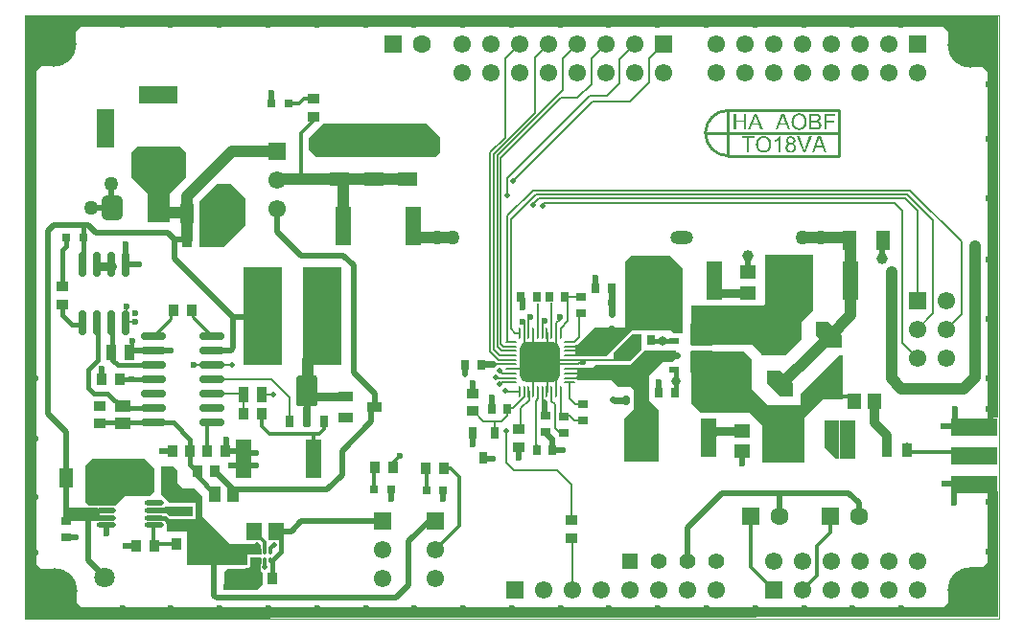
<source format=gtl>
G04 Layer_Physical_Order=1*
G04 Layer_Color=11767835*
%FSLAX43Y43*%
%MOMM*%
G71*
G01*
G75*
%ADD10C,0.254*%
G04:AMPARAMS|DCode=11|XSize=0.6mm|YSize=2.2mm|CornerRadius=0.135mm|HoleSize=0mm|Usage=FLASHONLY|Rotation=0.000|XOffset=0mm|YOffset=0mm|HoleType=Round|Shape=RoundedRectangle|*
%AMROUNDEDRECTD11*
21,1,0.600,1.930,0,0,0.0*
21,1,0.330,2.200,0,0,0.0*
1,1,0.270,0.165,-0.965*
1,1,0.270,-0.165,-0.965*
1,1,0.270,-0.165,0.965*
1,1,0.270,0.165,0.965*
%
%ADD11ROUNDEDRECTD11*%
G04:AMPARAMS|DCode=12|XSize=1.016mm|YSize=0.508mm|CornerRadius=0mm|HoleSize=0mm|Usage=FLASHONLY|Rotation=180.010|XOffset=0mm|YOffset=0mm|HoleType=Round|Shape=Rectangle|*
%AMROTATEDRECTD12*
4,1,4,0.508,0.254,0.508,-0.254,-0.508,-0.254,-0.508,0.254,0.508,0.254,0.0*
%
%ADD12ROTATEDRECTD12*%

G04:AMPARAMS|DCode=13|XSize=3.4mm|YSize=8.61mm|CornerRadius=0mm|HoleSize=0mm|Usage=FLASHONLY|Rotation=180.010|XOffset=0mm|YOffset=0mm|HoleType=Round|Shape=Rectangle|*
%AMROTATEDRECTD13*
4,1,4,1.699,4.305,1.701,-4.305,-1.699,-4.305,-1.701,4.305,1.699,4.305,0.0*
%
%ADD13ROTATEDRECTD13*%

%ADD14R,1.800X0.600*%
G04:AMPARAMS|DCode=15|XSize=0.7mm|YSize=1.1mm|CornerRadius=0.07mm|HoleSize=0mm|Usage=FLASHONLY|Rotation=0.000|XOffset=0mm|YOffset=0mm|HoleType=Round|Shape=RoundedRectangle|*
%AMROUNDEDRECTD15*
21,1,0.700,0.960,0,0,0.0*
21,1,0.560,1.100,0,0,0.0*
1,1,0.140,0.280,-0.480*
1,1,0.140,-0.280,-0.480*
1,1,0.140,-0.280,0.480*
1,1,0.140,0.280,0.480*
%
%ADD15ROUNDEDRECTD15*%
G04:AMPARAMS|DCode=16|XSize=0.7mm|YSize=1.8mm|CornerRadius=0.07mm|HoleSize=0mm|Usage=FLASHONLY|Rotation=0.000|XOffset=0mm|YOffset=0mm|HoleType=Round|Shape=RoundedRectangle|*
%AMROUNDEDRECTD16*
21,1,0.700,1.660,0,0,0.0*
21,1,0.560,1.800,0,0,0.0*
1,1,0.140,0.280,-0.830*
1,1,0.140,-0.280,-0.830*
1,1,0.140,-0.280,0.830*
1,1,0.140,0.280,0.830*
%
%ADD16ROUNDEDRECTD16*%
G04:AMPARAMS|DCode=17|XSize=0.2mm|YSize=0.95mm|CornerRadius=0.075mm|HoleSize=0mm|Usage=FLASHONLY|Rotation=90.002|XOffset=0mm|YOffset=0mm|HoleType=Round|Shape=RoundedRectangle|*
%AMROUNDEDRECTD17*
21,1,0.200,0.800,0,0,90.0*
21,1,0.050,0.950,0,0,90.0*
1,1,0.150,0.400,0.025*
1,1,0.150,0.400,-0.025*
1,1,0.150,-0.400,-0.025*
1,1,0.150,-0.400,0.025*
%
%ADD17ROUNDEDRECTD17*%
G04:AMPARAMS|DCode=18|XSize=0.2mm|YSize=0.95mm|CornerRadius=0.075mm|HoleSize=0mm|Usage=FLASHONLY|Rotation=0.002|XOffset=0mm|YOffset=0mm|HoleType=Round|Shape=RoundedRectangle|*
%AMROUNDEDRECTD18*
21,1,0.200,0.800,0,0,0.0*
21,1,0.050,0.950,0,0,0.0*
1,1,0.150,0.025,-0.400*
1,1,0.150,-0.025,-0.400*
1,1,0.150,-0.025,0.400*
1,1,0.150,0.025,0.400*
%
%ADD18ROUNDEDRECTD18*%
G04:AMPARAMS|DCode=19|XSize=3.5mm|YSize=3.5mm|CornerRadius=0.525mm|HoleSize=0mm|Usage=FLASHONLY|Rotation=90.002|XOffset=0mm|YOffset=0mm|HoleType=Round|Shape=RoundedRectangle|*
%AMROUNDEDRECTD19*
21,1,3.500,2.450,0,0,90.0*
21,1,2.450,3.500,0,0,90.0*
1,1,1.050,1.225,1.225*
1,1,1.050,1.225,-1.225*
1,1,1.050,-1.225,-1.225*
1,1,1.050,-1.225,1.225*
%
%ADD19ROUNDEDRECTD19*%
G04:AMPARAMS|DCode=20|XSize=0.6mm|YSize=2.2mm|CornerRadius=0.135mm|HoleSize=0mm|Usage=FLASHONLY|Rotation=90.000|XOffset=0mm|YOffset=0mm|HoleType=Round|Shape=RoundedRectangle|*
%AMROUNDEDRECTD20*
21,1,0.600,1.930,0,0,90.0*
21,1,0.330,2.200,0,0,90.0*
1,1,0.270,0.965,0.165*
1,1,0.270,0.965,-0.165*
1,1,0.270,-0.965,-0.165*
1,1,0.270,-0.965,0.165*
%
%ADD20ROUNDEDRECTD20*%
G04:AMPARAMS|DCode=21|XSize=0.45mm|YSize=0.9mm|CornerRadius=0.045mm|HoleSize=0mm|Usage=FLASHONLY|Rotation=90.002|XOffset=0mm|YOffset=0mm|HoleType=Round|Shape=RoundedRectangle|*
%AMROUNDEDRECTD21*
21,1,0.450,0.810,0,0,90.0*
21,1,0.360,0.900,0,0,90.0*
1,1,0.090,0.405,0.180*
1,1,0.090,0.405,-0.180*
1,1,0.090,-0.405,-0.180*
1,1,0.090,-0.405,0.180*
%
%ADD21ROUNDEDRECTD21*%
G04:AMPARAMS|DCode=22|XSize=2mm|YSize=2mm|CornerRadius=0.1mm|HoleSize=0mm|Usage=FLASHONLY|Rotation=90.002|XOffset=0mm|YOffset=0mm|HoleType=Round|Shape=RoundedRectangle|*
%AMROUNDEDRECTD22*
21,1,2.000,1.800,0,0,90.0*
21,1,1.800,2.000,0,0,90.0*
1,1,0.200,0.900,0.900*
1,1,0.200,0.900,-0.900*
1,1,0.200,-0.900,-0.900*
1,1,0.200,-0.900,0.900*
%
%ADD22ROUNDEDRECTD22*%
%ADD23R,0.900X1.000*%
%ADD24R,0.800X0.800*%
%ADD25R,1.000X0.900*%
%ADD26R,4.064X1.524*%
%ADD27R,0.950X1.350*%
%ADD28R,1.800X1.150*%
%ADD29R,0.850X1.300*%
%ADD30R,1.450X3.450*%
G04:AMPARAMS|DCode=31|XSize=1.35mm|YSize=0.95mm|CornerRadius=0mm|HoleSize=0mm|Usage=FLASHONLY|Rotation=270.010|XOffset=0mm|YOffset=0mm|HoleType=Round|Shape=Rectangle|*
%AMROTATEDRECTD31*
4,1,4,-0.475,0.675,0.475,0.675,0.475,-0.675,-0.475,-0.675,-0.475,0.675,0.0*
%
%ADD31ROTATEDRECTD31*%

G04:AMPARAMS|DCode=32|XSize=1.35mm|YSize=0.95mm|CornerRadius=0mm|HoleSize=0mm|Usage=FLASHONLY|Rotation=180.010|XOffset=0mm|YOffset=0mm|HoleType=Round|Shape=Rectangle|*
%AMROTATEDRECTD32*
4,1,4,0.675,0.475,0.675,-0.475,-0.675,-0.475,-0.675,0.475,0.675,0.475,0.0*
%
%ADD32ROTATEDRECTD32*%

%ADD33O,1.700X0.450*%
%ADD34R,0.900X0.700*%
%ADD35C,0.600*%
%ADD36R,1.150X1.800*%
%ADD37R,1.150X1.450*%
%ADD38R,1.450X1.150*%
G04:AMPARAMS|DCode=39|XSize=1.803mm|YSize=2.21mm|CornerRadius=0.406mm|HoleSize=0mm|Usage=FLASHONLY|Rotation=180.000|XOffset=0mm|YOffset=0mm|HoleType=Round|Shape=RoundedRectangle|*
%AMROUNDEDRECTD39*
21,1,1.803,1.398,0,0,180.0*
21,1,0.992,2.210,0,0,180.0*
1,1,0.812,-0.496,0.699*
1,1,0.812,0.496,0.699*
1,1,0.812,0.496,-0.699*
1,1,0.812,-0.496,-0.699*
%
%ADD39ROUNDEDRECTD39*%
G04:AMPARAMS|DCode=40|XSize=0.914mm|YSize=1.27mm|CornerRadius=0.073mm|HoleSize=0mm|Usage=FLASHONLY|Rotation=270.000|XOffset=0mm|YOffset=0mm|HoleType=Round|Shape=RoundedRectangle|*
%AMROUNDEDRECTD40*
21,1,0.914,1.124,0,0,270.0*
21,1,0.768,1.270,0,0,270.0*
1,1,0.146,-0.562,-0.384*
1,1,0.146,-0.562,0.384*
1,1,0.146,0.562,0.384*
1,1,0.146,0.562,-0.384*
%
%ADD40ROUNDEDRECTD40*%
G04:AMPARAMS|DCode=41|XSize=0.711mm|YSize=1.016mm|CornerRadius=0.089mm|HoleSize=0mm|Usage=FLASHONLY|Rotation=180.010|XOffset=0mm|YOffset=0mm|HoleType=Round|Shape=RoundedRectangle|*
%AMROUNDEDRECTD41*
21,1,0.711,0.838,0,0,180.0*
21,1,0.533,1.016,0,0,180.0*
1,1,0.178,-0.267,0.419*
1,1,0.178,0.267,0.419*
1,1,0.178,0.267,-0.419*
1,1,0.178,-0.267,-0.419*
%
%ADD41ROUNDEDRECTD41*%
G04:AMPARAMS|DCode=42|XSize=0.813mm|YSize=0.61mm|CornerRadius=0.137mm|HoleSize=0mm|Usage=FLASHONLY|Rotation=270.018|XOffset=0mm|YOffset=0mm|HoleType=Round|Shape=RoundedRectangle|*
%AMROUNDEDRECTD42*
21,1,0.813,0.335,0,0,270.0*
21,1,0.538,0.610,0,0,270.0*
1,1,0.274,-0.168,-0.269*
1,1,0.274,-0.168,0.269*
1,1,0.274,0.168,0.269*
1,1,0.274,0.168,-0.269*
%
%ADD42ROUNDEDRECTD42*%
G04:AMPARAMS|DCode=43|XSize=0.813mm|YSize=0.61mm|CornerRadius=0.137mm|HoleSize=0mm|Usage=FLASHONLY|Rotation=270.002|XOffset=0mm|YOffset=0mm|HoleType=Round|Shape=RoundedRectangle|*
%AMROUNDEDRECTD43*
21,1,0.813,0.335,0,0,270.0*
21,1,0.538,0.610,0,0,270.0*
1,1,0.274,-0.168,-0.269*
1,1,0.274,-0.168,0.269*
1,1,0.274,0.168,0.269*
1,1,0.274,0.168,-0.269*
%
%ADD43ROUNDEDRECTD43*%
%ADD44R,0.700X0.900*%
G04:AMPARAMS|DCode=45|XSize=1mm|YSize=0.9mm|CornerRadius=0mm|HoleSize=0mm|Usage=FLASHONLY|Rotation=180.002|XOffset=0mm|YOffset=0mm|HoleType=Round|Shape=Rectangle|*
%AMROTATEDRECTD45*
4,1,4,0.500,0.450,0.500,-0.450,-0.500,-0.450,-0.500,0.450,0.500,0.450,0.0*
%
%ADD45ROTATEDRECTD45*%

G04:AMPARAMS|DCode=46|XSize=0.9mm|YSize=0.7mm|CornerRadius=0mm|HoleSize=0mm|Usage=FLASHONLY|Rotation=0.010|XOffset=0mm|YOffset=0mm|HoleType=Round|Shape=Rectangle|*
%AMROTATEDRECTD46*
4,1,4,-0.450,-0.350,-0.450,0.350,0.450,0.350,0.450,-0.350,-0.450,-0.350,0.0*
%
%ADD46ROTATEDRECTD46*%

G04:AMPARAMS|DCode=47|XSize=0.3mm|YSize=0.49mm|CornerRadius=0.05mm|HoleSize=0mm|Usage=FLASHONLY|Rotation=180.000|XOffset=0mm|YOffset=0mm|HoleType=Round|Shape=RoundedRectangle|*
%AMROUNDEDRECTD47*
21,1,0.300,0.391,0,0,180.0*
21,1,0.201,0.490,0,0,180.0*
1,1,0.099,-0.101,0.196*
1,1,0.099,0.101,0.196*
1,1,0.099,0.101,-0.196*
1,1,0.099,-0.101,-0.196*
%
%ADD47ROUNDEDRECTD47*%
G04:AMPARAMS|DCode=48|XSize=0.3mm|YSize=0.52mm|CornerRadius=0.05mm|HoleSize=0mm|Usage=FLASHONLY|Rotation=180.000|XOffset=0mm|YOffset=0mm|HoleType=Round|Shape=RoundedRectangle|*
%AMROUNDEDRECTD48*
21,1,0.300,0.421,0,0,180.0*
21,1,0.201,0.520,0,0,180.0*
1,1,0.099,-0.101,0.210*
1,1,0.099,0.101,0.210*
1,1,0.099,0.101,-0.210*
1,1,0.099,-0.101,-0.210*
%
%ADD48ROUNDEDRECTD48*%
%ADD49R,1.330X1.570*%
%ADD50C,0.200*%
%ADD51C,0.500*%
%ADD52C,1.016*%
%ADD53C,0.300*%
%ADD54C,1.000*%
%ADD55C,0.127*%
%ADD56C,0.750*%
%ADD57C,0.406*%
%ADD58C,0.203*%
%ADD59C,0.400*%
%ADD60C,0.152*%
%ADD61C,0.610*%
%ADD62C,0.610*%
%ADD63C,0.813*%
%ADD64C,0.100*%
%ADD65C,1.800*%
%ADD66C,1.550*%
%ADD67R,1.550X1.550*%
%ADD68R,1.550X1.550*%
%ADD69C,1.600*%
%ADD70R,1.600X1.600*%
%ADD71O,2.000X1.200*%
%ADD72R,1.500X3.500*%
%ADD73R,3.500X1.500*%
%ADD74R,4.000X1.500*%
%ADD75C,1.400*%
%ADD76R,1.400X1.400*%
%ADD77C,1.270*%
%ADD78C,4.000*%
%ADD79C,0.500*%
%ADD80C,0.610*%
%ADD81C,1.000*%
%ADD82C,0.800*%
G36*
X110742Y142813D02*
X110549D01*
X110002Y144225D01*
X110205D01*
X110572Y143199D01*
Y143197D01*
X110573Y143192D01*
X110576Y143186D01*
X110580Y143177D01*
X110583Y143166D01*
X110587Y143154D01*
X110592Y143140D01*
X110598Y143124D01*
X110609Y143088D01*
X110621Y143050D01*
X110633Y143009D01*
X110645Y142968D01*
Y142969D01*
X110647Y142972D01*
X110648Y142980D01*
X110651Y142987D01*
X110654Y142998D01*
X110658Y143010D01*
X110662Y143024D01*
X110667Y143039D01*
X110677Y143075D01*
X110691Y143114D01*
X110706Y143156D01*
X110722Y143199D01*
X111102Y144225D01*
X111292D01*
X110742Y142813D01*
D02*
G37*
G36*
X106994Y144818D02*
X106782D01*
X106618Y145245D01*
X106025D01*
X105872Y144818D01*
X105675D01*
X106214Y146229D01*
X106416D01*
X106994Y144818D01*
D02*
G37*
G36*
X109406D02*
X109193D01*
X109029Y145245D01*
X108436D01*
X108283Y144818D01*
X108086D01*
X108626Y146229D01*
X108828D01*
X109406Y144818D01*
D02*
G37*
G36*
X110205Y146252D02*
X110224Y146251D01*
X110244Y146249D01*
X110265Y146246D01*
X110289Y146242D01*
X110317Y146237D01*
X110344Y146231D01*
X110373Y146223D01*
X110404Y146214D01*
X110435Y146203D01*
X110465Y146191D01*
X110494Y146177D01*
X110525Y146160D01*
X110526Y146159D01*
X110533Y146156D01*
X110540Y146151D01*
X110551Y146144D01*
X110565Y146134D01*
X110578Y146122D01*
X110595Y146109D01*
X110614Y146093D01*
X110633Y146075D01*
X110653Y146055D01*
X110673Y146034D01*
X110693Y146011D01*
X110711Y145986D01*
X110731Y145959D01*
X110748Y145930D01*
X110765Y145899D01*
X110766Y145897D01*
X110768Y145891D01*
X110773Y145882D01*
X110777Y145870D01*
X110785Y145855D01*
X110791Y145835D01*
X110799Y145813D01*
X110806Y145789D01*
X110814Y145763D01*
X110822Y145734D01*
X110829Y145702D01*
X110835Y145670D01*
X110840Y145634D01*
X110844Y145598D01*
X110846Y145561D01*
X110848Y145521D01*
Y145518D01*
Y145512D01*
Y145500D01*
X110846Y145485D01*
X110844Y145466D01*
X110843Y145445D01*
X110840Y145420D01*
X110837Y145393D01*
X110832Y145364D01*
X110826Y145333D01*
X110820Y145301D01*
X110811Y145269D01*
X110800Y145235D01*
X110789Y145203D01*
X110776Y145170D01*
X110760Y145138D01*
X110759Y145136D01*
X110756Y145130D01*
X110751Y145121D01*
X110745Y145110D01*
X110736Y145096D01*
X110725Y145079D01*
X110711Y145061D01*
X110698Y145041D01*
X110681Y145021D01*
X110662Y145000D01*
X110641Y144979D01*
X110620Y144957D01*
X110597Y144937D01*
X110571Y144917D01*
X110543Y144897D01*
X110514Y144881D01*
X110513Y144879D01*
X110507Y144878D01*
X110499Y144873D01*
X110487Y144867D01*
X110471Y144861D01*
X110455Y144853D01*
X110435Y144845D01*
X110412Y144838D01*
X110387Y144830D01*
X110361Y144823D01*
X110332Y144815D01*
X110303Y144809D01*
X110239Y144798D01*
X110205Y144797D01*
X110172Y144795D01*
X110152D01*
X110138Y144797D01*
X110121Y144798D01*
X110100Y144800D01*
X110078Y144803D01*
X110052Y144807D01*
X110026Y144812D01*
X109997Y144818D01*
X109968Y144826D01*
X109938Y144835D01*
X109907Y144845D01*
X109877Y144859D01*
X109846Y144873D01*
X109815Y144890D01*
X109814Y144891D01*
X109809Y144894D01*
X109800Y144901D01*
X109789Y144908D01*
X109777Y144917D01*
X109762Y144930D01*
X109745Y144943D01*
X109727Y144959D01*
X109707Y144977D01*
X109688Y144997D01*
X109669Y145018D01*
X109649Y145041D01*
X109629Y145067D01*
X109610Y145093D01*
X109594Y145122D01*
X109577Y145153D01*
X109575Y145154D01*
X109574Y145160D01*
X109569Y145170D01*
X109565Y145182D01*
X109558Y145197D01*
X109552Y145216D01*
X109545Y145235D01*
X109537Y145260D01*
X109529Y145284D01*
X109522Y145312D01*
X109516Y145341D01*
X109510Y145371D01*
X109500Y145436D01*
X109499Y145471D01*
X109497Y145505D01*
Y145506D01*
Y145509D01*
Y145514D01*
Y145520D01*
X109499Y145529D01*
Y145538D01*
X109500Y145563D01*
X109503Y145592D01*
X109508Y145627D01*
X109513Y145664D01*
X109520Y145705D01*
X109531Y145749D01*
X109543Y145794D01*
X109558Y145839D01*
X109577Y145885D01*
X109598Y145931D01*
X109623Y145974D01*
X109652Y146017D01*
X109685Y146055D01*
X109687Y146057D01*
X109695Y146064D01*
X109705Y146073D01*
X109719Y146086D01*
X109739Y146101D01*
X109760Y146118D01*
X109786Y146136D01*
X109817Y146154D01*
X109851Y146173D01*
X109887Y146191D01*
X109927Y146208D01*
X109971Y146223D01*
X110017Y146235D01*
X110066Y146245D01*
X110118Y146252D01*
X110173Y146254D01*
X110192D01*
X110205Y146252D01*
D02*
G37*
G36*
X45810Y111413D02*
X48210D01*
X48410Y111213D01*
X48410Y110413D01*
X48210Y110213D01*
X46210Y110213D01*
X45610Y110213D01*
Y110913D01*
Y111613D01*
X45810Y111413D01*
D02*
G37*
G36*
X62710Y106913D02*
Y106513D01*
X62610Y106413D01*
Y105813D01*
X62810Y105613D01*
Y104613D01*
X62310Y104113D01*
X59410D01*
X59410Y105713D01*
X59710Y106013D01*
X61510Y106013D01*
X61710Y106213D01*
Y107013D01*
X62510D01*
X62710Y106913D01*
D02*
G37*
G36*
X108109Y144427D02*
X106961D01*
Y144552D01*
X108109D01*
Y144427D01*
D02*
G37*
G36*
X112627Y142813D02*
X112414D01*
X112251Y143240D01*
X111658D01*
X111505Y142813D01*
X111307D01*
X111847Y144225D01*
X112049D01*
X112627Y142813D01*
D02*
G37*
G36*
X105517Y144818D02*
X105331D01*
Y145483D01*
X104598D01*
Y144818D01*
X104412D01*
Y146229D01*
X104598D01*
Y145650D01*
X105331D01*
Y146229D01*
X105517D01*
Y144818D01*
D02*
G37*
G36*
X111649Y146228D02*
X111666D01*
X111682Y146226D01*
X111702Y146223D01*
X111742Y146219D01*
X111786Y146211D01*
X111828Y146200D01*
X111867Y146185D01*
X111869D01*
X111872Y146183D01*
X111877Y146180D01*
X111884Y146177D01*
X111901Y146167D01*
X111924Y146153D01*
X111948Y146134D01*
X111973Y146112D01*
X111997Y146084D01*
X112020Y146053D01*
Y146052D01*
X112023Y146049D01*
X112025Y146044D01*
X112029Y146038D01*
X112034Y146031D01*
X112039Y146020D01*
X112049Y145997D01*
X112059Y145969D01*
X112068Y145937D01*
X112074Y145904D01*
X112077Y145867D01*
Y145865D01*
Y145862D01*
Y145858D01*
Y145852D01*
X112074Y145835D01*
X112071Y145812D01*
X112065Y145786D01*
X112055Y145757D01*
X112043Y145728D01*
X112026Y145697D01*
Y145696D01*
X112025Y145694D01*
X112022Y145690D01*
X112017Y145683D01*
X112007Y145670D01*
X111990Y145651D01*
X111970Y145631D01*
X111944Y145610D01*
X111915Y145589D01*
X111880Y145569D01*
X111881D01*
X111886Y145567D01*
X111892Y145564D01*
X111901Y145561D01*
X111912Y145557D01*
X111924Y145552D01*
X111951Y145538D01*
X111984Y145521D01*
X112016Y145498D01*
X112048Y145472D01*
X112075Y145440D01*
X112077Y145439D01*
X112078Y145436D01*
X112081Y145431D01*
X112086Y145425D01*
X112092Y145416D01*
X112098Y145405D01*
X112104Y145393D01*
X112111Y145379D01*
X112123Y145349D01*
X112135Y145312D01*
X112143Y145271D01*
X112146Y145249D01*
Y145226D01*
Y145225D01*
Y145222D01*
Y145217D01*
Y145209D01*
X112144Y145200D01*
Y145191D01*
X112141Y145167D01*
X112135Y145138D01*
X112127Y145107D01*
X112117Y145073D01*
X112103Y145041D01*
Y145040D01*
X112101Y145038D01*
X112098Y145034D01*
X112095Y145027D01*
X112086Y145012D01*
X112074Y144994D01*
X112060Y144972D01*
X112042Y144951D01*
X112022Y144930D01*
X111999Y144910D01*
X111996Y144908D01*
X111988Y144902D01*
X111974Y144894D01*
X111956Y144884D01*
X111935Y144873D01*
X111909Y144861D01*
X111878Y144850D01*
X111844Y144841D01*
X111843D01*
X111840Y144839D01*
X111835D01*
X111828Y144838D01*
X111818Y144836D01*
X111808Y144833D01*
X111796Y144832D01*
X111782Y144830D01*
X111766Y144827D01*
X111748Y144826D01*
X111710Y144821D01*
X111666Y144819D01*
X111617Y144818D01*
X111080D01*
Y146229D01*
X111635D01*
X111649Y146228D01*
D02*
G37*
G36*
X113364Y146063D02*
X112600D01*
Y145625D01*
X113262D01*
Y145459D01*
X112600D01*
Y144818D01*
X112413D01*
Y146229D01*
X113364D01*
Y146063D01*
D02*
G37*
G36*
X107070Y144247D02*
X107089Y144246D01*
X107109Y144244D01*
X107130Y144241D01*
X107154Y144237D01*
X107182Y144232D01*
X107209Y144226D01*
X107238Y144218D01*
X107269Y144209D01*
X107300Y144199D01*
X107330Y144186D01*
X107359Y144173D01*
X107390Y144156D01*
X107391Y144154D01*
X107397Y144151D01*
X107405Y144147D01*
X107416Y144139D01*
X107430Y144130D01*
X107443Y144117D01*
X107460Y144104D01*
X107479Y144088D01*
X107498Y144070D01*
X107518Y144050D01*
X107538Y144029D01*
X107558Y144006D01*
X107576Y143981D01*
X107596Y143954D01*
X107613Y143925D01*
X107630Y143894D01*
X107631Y143893D01*
X107633Y143887D01*
X107638Y143877D01*
X107642Y143865D01*
X107650Y143850D01*
X107656Y143830D01*
X107664Y143809D01*
X107671Y143784D01*
X107679Y143758D01*
X107687Y143729D01*
X107694Y143697D01*
X107700Y143665D01*
X107705Y143630D01*
X107709Y143593D01*
X107711Y143556D01*
X107712Y143517D01*
Y143513D01*
Y143507D01*
Y143495D01*
X107711Y143480D01*
X107709Y143462D01*
X107708Y143440D01*
X107705Y143416D01*
X107702Y143388D01*
X107697Y143359D01*
X107691Y143328D01*
X107685Y143296D01*
X107676Y143264D01*
X107665Y143231D01*
X107654Y143199D01*
X107641Y143165D01*
X107625Y143133D01*
X107624Y143131D01*
X107621Y143125D01*
X107616Y143116D01*
X107610Y143105D01*
X107601Y143091D01*
X107590Y143075D01*
X107576Y143056D01*
X107563Y143036D01*
X107546Y143017D01*
X107527Y142995D01*
X107506Y142974D01*
X107485Y142952D01*
X107462Y142932D01*
X107436Y142913D01*
X107408Y142893D01*
X107379Y142876D01*
X107378Y142874D01*
X107372Y142873D01*
X107364Y142868D01*
X107352Y142862D01*
X107336Y142856D01*
X107320Y142848D01*
X107300Y142841D01*
X107277Y142833D01*
X107252Y142825D01*
X107226Y142818D01*
X107197Y142810D01*
X107168Y142804D01*
X107104Y142793D01*
X107070Y142792D01*
X107037Y142790D01*
X107017D01*
X107003Y142792D01*
X106986Y142793D01*
X106965Y142795D01*
X106943Y142798D01*
X106917Y142802D01*
X106891Y142807D01*
X106862Y142813D01*
X106833Y142821D01*
X106803Y142830D01*
X106772Y142841D01*
X106742Y142854D01*
X106711Y142868D01*
X106680Y142885D01*
X106679Y142887D01*
X106674Y142890D01*
X106665Y142896D01*
X106654Y142903D01*
X106642Y142913D01*
X106627Y142925D01*
X106610Y142939D01*
X106592Y142954D01*
X106572Y142972D01*
X106553Y142992D01*
X106534Y143013D01*
X106514Y143036D01*
X106494Y143062D01*
X106475Y143088D01*
X106459Y143117D01*
X106442Y143148D01*
X106440Y143150D01*
X106439Y143156D01*
X106434Y143165D01*
X106430Y143177D01*
X106423Y143192D01*
X106417Y143211D01*
X106410Y143231D01*
X106402Y143255D01*
X106394Y143280D01*
X106387Y143307D01*
X106381Y143336D01*
X106375Y143367D01*
X106365Y143431D01*
X106364Y143466D01*
X106362Y143500D01*
Y143501D01*
Y143504D01*
Y143509D01*
Y143515D01*
X106364Y143524D01*
Y143533D01*
X106365Y143558D01*
X106368Y143587D01*
X106373Y143622D01*
X106378Y143659D01*
X106385Y143700D01*
X106396Y143744D01*
X106408Y143789D01*
X106423Y143835D01*
X106442Y143880D01*
X106463Y143926D01*
X106488Y143969D01*
X106517Y144012D01*
X106550Y144050D01*
X106552Y144052D01*
X106560Y144059D01*
X106570Y144069D01*
X106584Y144081D01*
X106604Y144096D01*
X106625Y144113D01*
X106651Y144131D01*
X106682Y144150D01*
X106716Y144168D01*
X106752Y144186D01*
X106792Y144203D01*
X106836Y144218D01*
X106882Y144231D01*
X106931Y144240D01*
X106983Y144247D01*
X107038Y144249D01*
X107057D01*
X107070Y144247D01*
D02*
G37*
G36*
X108535Y142813D02*
X108362D01*
Y143916D01*
X108359Y143913D01*
X108352Y143905D01*
X108338Y143894D01*
X108318Y143879D01*
X108295Y143861D01*
X108266Y143841D01*
X108234Y143819D01*
X108197Y143796D01*
X108196D01*
X108193Y143793D01*
X108188Y143790D01*
X108180Y143787D01*
X108171Y143781D01*
X108161Y143776D01*
X108136Y143763D01*
X108109Y143749D01*
X108078Y143734D01*
X108046Y143720D01*
X108015Y143708D01*
Y143874D01*
X108017Y143876D01*
X108021Y143877D01*
X108029Y143882D01*
X108040Y143887D01*
X108052Y143893D01*
X108067Y143902D01*
X108084Y143911D01*
X108101Y143920D01*
X108141Y143945D01*
X108183Y143974D01*
X108228Y144004D01*
X108269Y144040D01*
X108271Y144041D01*
X108274Y144044D01*
X108280Y144049D01*
X108287Y144056D01*
X108295Y144065D01*
X108306Y144075D01*
X108329Y144101D01*
X108355Y144128D01*
X108381Y144160D01*
X108404Y144194D01*
X108424Y144229D01*
X108535D01*
Y142813D01*
D02*
G37*
G36*
X106226Y144058D02*
X105761D01*
Y142813D01*
X105575D01*
Y144058D01*
X105110D01*
Y144225D01*
X106226D01*
Y144058D01*
D02*
G37*
G36*
X109468Y144228D02*
X109483Y144226D01*
X109502Y144223D01*
X109521Y144220D01*
X109544Y144215D01*
X109567Y144209D01*
X109592Y144203D01*
X109616Y144194D01*
X109641Y144183D01*
X109667Y144171D01*
X109690Y144156D01*
X109714Y144140D01*
X109735Y144121D01*
X109737Y144119D01*
X109740Y144116D01*
X109746Y144110D01*
X109754Y144102D01*
X109761Y144091D01*
X109771Y144079D01*
X109781Y144064D01*
X109792Y144049D01*
X109803Y144030D01*
X109813Y144010D01*
X109823Y143989D01*
X109830Y143966D01*
X109838Y143942D01*
X109844Y143916D01*
X109847Y143888D01*
X109849Y143861D01*
Y143859D01*
Y143856D01*
Y143851D01*
Y143844D01*
X109847Y143836D01*
X109846Y143825D01*
X109842Y143802D01*
X109836Y143776D01*
X109827Y143747D01*
X109813Y143718D01*
X109797Y143689D01*
Y143688D01*
X109794Y143686D01*
X109787Y143677D01*
X109775Y143665D01*
X109758Y143648D01*
X109735Y143631D01*
X109709Y143611D01*
X109677Y143595D01*
X109641Y143578D01*
X109642D01*
X109647Y143576D01*
X109653Y143573D01*
X109662Y143570D01*
X109673Y143565D01*
X109685Y143559D01*
X109714Y143544D01*
X109746Y143526D01*
X109778Y143501D01*
X109810Y143474D01*
X109838Y143440D01*
X109839Y143439D01*
X109841Y143436D01*
X109844Y143431D01*
X109849Y143423D01*
X109853Y143414D01*
X109859Y143403D01*
X109865Y143391D01*
X109873Y143377D01*
X109885Y143345D01*
X109896Y143307D01*
X109904Y143264D01*
X109907Y143241D01*
Y143217D01*
Y143215D01*
Y143209D01*
X109905Y143200D01*
Y143186D01*
X109902Y143171D01*
X109901Y143153D01*
X109896Y143133D01*
X109891Y143111D01*
X109884Y143087D01*
X109876Y143062D01*
X109865Y143038D01*
X109853Y143012D01*
X109838Y142986D01*
X109821Y142961D01*
X109801Y142936D01*
X109778Y142913D01*
X109777Y142911D01*
X109772Y142908D01*
X109765Y142902D01*
X109755Y142894D01*
X109742Y142884D01*
X109726Y142874D01*
X109708Y142862D01*
X109688Y142851D01*
X109665Y142841D01*
X109639Y142828D01*
X109612Y142819D01*
X109583Y142810D01*
X109550Y142801D01*
X109517Y142795D01*
X109480Y142792D01*
X109442Y142790D01*
X109433D01*
X109422Y142792D01*
X109407D01*
X109390Y142793D01*
X109368Y142796D01*
X109346Y142801D01*
X109321Y142806D01*
X109295Y142812D01*
X109268Y142821D01*
X109240Y142830D01*
X109211Y142842D01*
X109183Y142856D01*
X109156Y142873D01*
X109128Y142891D01*
X109104Y142913D01*
X109102Y142914D01*
X109098Y142919D01*
X109092Y142925D01*
X109084Y142936D01*
X109075Y142948D01*
X109064Y142961D01*
X109052Y142978D01*
X109041Y142998D01*
X109029Y143020D01*
X109017Y143043D01*
X109006Y143069D01*
X108997Y143095D01*
X108989Y143124D01*
X108983Y143156D01*
X108979Y143188D01*
X108977Y143221D01*
Y143223D01*
Y143228D01*
Y143235D01*
X108979Y143244D01*
Y143257D01*
X108980Y143270D01*
X108983Y143286D01*
X108986Y143302D01*
X108994Y143338D01*
X109006Y143376D01*
X109023Y143414D01*
X109034Y143432D01*
X109046Y143451D01*
X109047Y143452D01*
X109049Y143455D01*
X109053Y143460D01*
X109060Y143466D01*
X109066Y143474D01*
X109075Y143481D01*
X109086Y143492D01*
X109098Y143501D01*
X109125Y143523D01*
X109159Y143544D01*
X109199Y143562D01*
X109245Y143578D01*
X109243D01*
X109240Y143579D01*
X109234Y143582D01*
X109228Y143585D01*
X109219Y143588D01*
X109208Y143595D01*
X109185Y143607D01*
X109159Y143622D01*
X109133Y143642D01*
X109107Y143663D01*
X109086Y143689D01*
Y143691D01*
X109084Y143692D01*
X109081Y143697D01*
X109078Y143703D01*
X109069Y143718D01*
X109060Y143738D01*
X109050Y143764D01*
X109041Y143795D01*
X109035Y143828D01*
X109034Y143865D01*
Y143867D01*
Y143871D01*
X109035Y143880D01*
Y143891D01*
X109037Y143903D01*
X109040Y143919D01*
X109043Y143936D01*
X109047Y143955D01*
X109053Y143975D01*
X109061Y143995D01*
X109069Y144017D01*
X109079Y144040D01*
X109093Y144061D01*
X109107Y144082D01*
X109124Y144104D01*
X109144Y144124D01*
X109145Y144125D01*
X109148Y144128D01*
X109154Y144133D01*
X109164Y144140D01*
X109174Y144148D01*
X109188Y144157D01*
X109203Y144166D01*
X109222Y144177D01*
X109242Y144186D01*
X109265Y144195D01*
X109287Y144205D01*
X109313Y144212D01*
X109342Y144220D01*
X109372Y144225D01*
X109404Y144228D01*
X109437Y144229D01*
X109456D01*
X109468Y144228D01*
D02*
G37*
G36*
X55310Y114613D02*
Y113613D01*
X55810Y113113D01*
X56810D01*
X57510Y112413D01*
Y110613D01*
X59910Y108213D01*
X62510D01*
X62610Y108113D01*
Y107813D01*
X62710Y107713D01*
Y107213D01*
X61410Y107213D01*
Y106313D01*
X56110D01*
Y109313D01*
X54310Y109313D01*
Y110413D01*
X56910Y110413D01*
Y111813D01*
X54610D01*
X53810Y112613D01*
Y115013D01*
X54910Y115013D01*
X55310Y114613D01*
D02*
G37*
G36*
X113912Y126630D02*
X113912Y125512D01*
X112718Y125512D01*
X111626Y126604D01*
X111626D01*
X111626Y127797D01*
X111625Y127798D01*
X111626Y127798D01*
X112743Y127798D01*
X113912Y126630D01*
D02*
G37*
G36*
X111410Y128796D02*
X110410Y127796D01*
Y126296D01*
X109010Y124896D01*
X106810D01*
Y124996D01*
X106010Y125796D01*
X100610D01*
Y129296D01*
X107110D01*
X107210Y129396D01*
Y133796D01*
X111410D01*
Y128796D01*
D02*
G37*
G36*
X96210Y125313D02*
X95260Y124363D01*
X93860D01*
X93760Y124491D01*
Y124546D01*
X93760Y125101D01*
X95371Y126691D01*
X96210D01*
Y125313D01*
D02*
G37*
G36*
X99910Y132596D02*
Y126796D01*
X99110D01*
X98810Y127096D01*
X95392Y127096D01*
X93092Y124796D01*
X90377Y124796D01*
X90410Y125796D01*
X90610D01*
X92110Y127296D01*
X94810D01*
Y127596D01*
Y128096D01*
Y129896D01*
Y133196D01*
X95310Y133696D01*
X98810D01*
X99910Y132596D01*
D02*
G37*
G36*
X78510Y144113D02*
Y142813D01*
X78110Y142413D01*
X67510D01*
X66910Y143013D01*
Y144113D01*
X68110Y145313D01*
X77310D01*
X78510Y144113D01*
D02*
G37*
G36*
X56010Y142813D02*
Y140613D01*
X54610Y139213D01*
Y137813D01*
Y136613D01*
X52610D01*
X52610Y139213D01*
X51210Y140613D01*
Y142813D01*
X51710Y143313D01*
X55510D01*
X56010Y142813D01*
D02*
G37*
G36*
X61310Y138713D02*
Y136413D01*
X59310Y134413D01*
X57210D01*
Y138513D01*
X58710Y140013D01*
X60010D01*
X61310Y138713D01*
D02*
G37*
G36*
X67505Y123048D02*
X67589Y122992D01*
X67645Y122908D01*
X67665Y122809D01*
X67660Y120617D01*
X67665D01*
X67645Y120518D01*
X67589Y120434D01*
X67505Y120378D01*
X67406Y120358D01*
X67010Y120363D01*
Y119192D01*
X67015D01*
X66995Y119093D01*
X66939Y119009D01*
X66855Y118953D01*
X66756Y118933D01*
X66664Y118938D01*
Y118933D01*
X66565Y118953D01*
X66481Y119009D01*
X66425Y119093D01*
X66405Y119192D01*
X66410Y120363D01*
X66014D01*
Y120358D01*
X65915Y120378D01*
X65831Y120434D01*
X65775Y120518D01*
X65755Y120617D01*
X65760Y122809D01*
X65755D01*
X65775Y122908D01*
X65831Y122992D01*
X65915Y123048D01*
X66014Y123068D01*
X67406Y123063D01*
Y123068D01*
X67505Y123048D01*
D02*
G37*
G36*
X106010Y124496D02*
Y121896D01*
X107410Y120496D01*
X110310D01*
Y121496D01*
X113710Y124896D01*
X114010Y124896D01*
X114010Y121013D01*
X112289Y121013D01*
X110610Y119304D01*
X110610Y115396D01*
X106910Y115396D01*
Y118696D01*
X105810Y119796D01*
X101410D01*
X100610Y120596D01*
Y125196D01*
X105310D01*
X106010Y124496D01*
D02*
G37*
G36*
X53210Y114913D02*
Y112813D01*
X52810Y112413D01*
X50610Y112413D01*
X49810Y111613D01*
X47410Y111613D01*
X47110Y111913D01*
Y115113D01*
X47710Y115713D01*
X52410D01*
X53210Y114913D01*
D02*
G37*
G36*
X56610Y111513D02*
Y110613D01*
X54560Y110613D01*
X54260Y110913D01*
X53610D01*
X53430Y111033D01*
X53610Y111363D01*
X54060D01*
X54210Y111513D01*
X56610Y111513D01*
D02*
G37*
G36*
X99310Y124596D02*
X99010Y124296D01*
X98110D01*
X96910Y123096D01*
Y120896D01*
X97810Y119996D01*
Y115496D01*
X94710D01*
Y119196D01*
X95610Y120096D01*
Y121796D01*
X95310Y122096D01*
X94210D01*
X93610Y122696D01*
X90610D01*
Y123596D01*
X90510Y123696D01*
X91810D01*
X92160Y124046D01*
X95260D01*
X96510Y125296D01*
X99310D01*
Y124596D01*
D02*
G37*
G36*
X109620Y122413D02*
X109620Y121213D01*
X108495Y121212D01*
X107320Y122387D01*
X107319Y123512D01*
X108519Y123512D01*
X109620Y122413D01*
D02*
G37*
G36*
X127710Y119322D02*
X126810Y119295D01*
X126810Y149913D01*
X126410Y150313D01*
X125310D01*
X123310Y152313D01*
Y153513D01*
X122910Y153913D01*
X46710D01*
X46310Y153513D01*
Y152413D01*
X44310Y150413D01*
X43210D01*
X42810Y150013D01*
Y108613D01*
Y106413D01*
X43210Y106013D01*
X44310D01*
X46410Y104113D01*
Y103013D01*
X46810Y102613D01*
X122910D01*
X123310Y103013D01*
Y104113D01*
X125210Y106113D01*
X126410D01*
X126810Y106513D01*
X126810Y112813D01*
X127710D01*
X127710Y101713D01*
X41910Y101613D01*
Y154813D01*
X127710D01*
Y119322D01*
D02*
G37*
G36*
X113710Y119113D02*
X113710Y115713D01*
X113410Y115713D01*
X112410Y116713D01*
Y119113D01*
X113710Y119113D01*
D02*
G37*
%LPC*%
G36*
X110199Y146093D02*
X110164D01*
X110155Y146092D01*
X110140D01*
X110123Y146089D01*
X110103Y146086D01*
X110081Y146081D01*
X110057Y146076D01*
X110031Y146069D01*
X110003Y146060D01*
X109974Y146049D01*
X109947Y146035D01*
X109918Y146020D01*
X109889Y146001D01*
X109860Y145980D01*
X109832Y145956D01*
X109831Y145954D01*
X109826Y145949D01*
X109818Y145940D01*
X109811Y145930D01*
X109799Y145914D01*
X109788Y145896D01*
X109774Y145873D01*
X109762Y145849D01*
X109748Y145818D01*
X109734Y145784D01*
X109724Y145748D01*
X109713Y145706D01*
X109704Y145662D01*
X109696Y145613D01*
X109692Y145560D01*
X109690Y145501D01*
Y145498D01*
Y145491D01*
X109692Y145477D01*
Y145459D01*
X109695Y145437D01*
X109698Y145413D01*
X109701Y145385D01*
X109707Y145356D01*
X109714Y145324D01*
X109724Y145290D01*
X109734Y145258D01*
X109748Y145225D01*
X109763Y145191D01*
X109782Y145159D01*
X109802Y145128D01*
X109826Y145099D01*
X109828Y145098D01*
X109832Y145093D01*
X109840Y145086D01*
X109851Y145076D01*
X109864Y145066D01*
X109881Y145053D01*
X109899Y145040D01*
X109921Y145027D01*
X109944Y145014D01*
X109971Y145000D01*
X109999Y144988D01*
X110029Y144977D01*
X110062Y144968D01*
X110097Y144960D01*
X110132Y144956D01*
X110170Y144954D01*
X110179D01*
X110190Y144956D01*
X110205Y144957D01*
X110224Y144959D01*
X110244Y144962D01*
X110268Y144966D01*
X110292Y144972D01*
X110320Y144980D01*
X110347Y144989D01*
X110377Y145001D01*
X110406Y145017D01*
X110435Y145034D01*
X110464Y145052D01*
X110491Y145075D01*
X110517Y145101D01*
X110519Y145102D01*
X110523Y145108D01*
X110529Y145116D01*
X110539Y145128D01*
X110549Y145144D01*
X110562Y145162D01*
X110574Y145183D01*
X110586Y145209D01*
X110598Y145237D01*
X110612Y145269D01*
X110623Y145303D01*
X110633Y145341D01*
X110643Y145382D01*
X110649Y145425D01*
X110653Y145472D01*
X110655Y145521D01*
Y145523D01*
Y145529D01*
Y145538D01*
X110653Y145550D01*
Y145566D01*
X110652Y145582D01*
X110650Y145602D01*
X110647Y145624D01*
X110641Y145671D01*
X110630Y145722D01*
X110615Y145772D01*
X110595Y145823D01*
Y145824D01*
X110592Y145829D01*
X110589Y145835D01*
X110585Y145844D01*
X110578Y145855D01*
X110571Y145867D01*
X110552Y145896D01*
X110528Y145928D01*
X110499Y145960D01*
X110465Y145992D01*
X110425Y146021D01*
X110424Y146023D01*
X110421Y146024D01*
X110415Y146027D01*
X110406Y146032D01*
X110395Y146038D01*
X110383Y146044D01*
X110369Y146050D01*
X110352Y146058D01*
X110334Y146064D01*
X110315Y146070D01*
X110273Y146083D01*
X110225Y146090D01*
X110199Y146093D01*
D02*
G37*
G36*
X111592Y145469D02*
X111266D01*
Y144985D01*
X111649D01*
X111669Y144986D01*
X111688D01*
X111710Y144988D01*
X111730Y144989D01*
X111745Y144991D01*
X111748D01*
X111756Y144992D01*
X111768Y144995D01*
X111783Y145000D01*
X111800Y145005D01*
X111817Y145012D01*
X111835Y145020D01*
X111852Y145029D01*
X111854Y145030D01*
X111860Y145034D01*
X111867Y145040D01*
X111878Y145049D01*
X111889Y145060D01*
X111901Y145073D01*
X111913Y145089D01*
X111924Y145107D01*
X111925Y145110D01*
X111929Y145116D01*
X111933Y145127D01*
X111939Y145142D01*
X111944Y145159D01*
X111948Y145179D01*
X111951Y145202D01*
X111953Y145226D01*
Y145228D01*
Y145229D01*
Y145234D01*
Y145240D01*
X111951Y145254D01*
X111948Y145274D01*
X111942Y145295D01*
X111936Y145318D01*
X111925Y145341D01*
X111912Y145364D01*
X111910Y145367D01*
X111904Y145373D01*
X111895Y145384D01*
X111883Y145396D01*
X111866Y145410D01*
X111846Y145422D01*
X111825Y145434D01*
X111799Y145445D01*
X111797D01*
X111796Y145446D01*
X111791Y145448D01*
X111785Y145449D01*
X111777Y145451D01*
X111770Y145453D01*
X111759Y145456D01*
X111747Y145457D01*
X111731Y145460D01*
X111716Y145462D01*
X111699Y145463D01*
X111681Y145466D01*
X111640Y145468D01*
X111592Y145469D01*
D02*
G37*
G36*
X107064Y144088D02*
X107029D01*
X107020Y144087D01*
X107005D01*
X106988Y144084D01*
X106968Y144081D01*
X106946Y144076D01*
X106922Y144072D01*
X106896Y144064D01*
X106868Y144055D01*
X106839Y144044D01*
X106812Y144030D01*
X106783Y144015D01*
X106754Y143997D01*
X106725Y143975D01*
X106697Y143951D01*
X106696Y143949D01*
X106691Y143945D01*
X106683Y143936D01*
X106676Y143925D01*
X106664Y143910D01*
X106653Y143891D01*
X106639Y143868D01*
X106627Y143844D01*
X106613Y143813D01*
X106599Y143780D01*
X106589Y143743D01*
X106578Y143702D01*
X106569Y143657D01*
X106561Y143608D01*
X106557Y143555D01*
X106555Y143497D01*
Y143494D01*
Y143486D01*
X106557Y143472D01*
Y143454D01*
X106560Y143432D01*
X106563Y143408D01*
X106566Y143380D01*
X106572Y143351D01*
X106579Y143319D01*
X106589Y143286D01*
X106599Y143254D01*
X106613Y143220D01*
X106628Y143186D01*
X106647Y143154D01*
X106667Y143124D01*
X106691Y143095D01*
X106693Y143093D01*
X106697Y143088D01*
X106705Y143081D01*
X106716Y143072D01*
X106729Y143061D01*
X106746Y143049D01*
X106764Y143035D01*
X106786Y143023D01*
X106809Y143009D01*
X106836Y142995D01*
X106864Y142983D01*
X106894Y142972D01*
X106927Y142963D01*
X106962Y142955D01*
X106997Y142951D01*
X107035Y142949D01*
X107044D01*
X107055Y142951D01*
X107070Y142952D01*
X107089Y142954D01*
X107109Y142957D01*
X107133Y142961D01*
X107157Y142968D01*
X107185Y142975D01*
X107212Y142984D01*
X107242Y142997D01*
X107271Y143012D01*
X107300Y143029D01*
X107329Y143047D01*
X107356Y143070D01*
X107382Y143096D01*
X107384Y143098D01*
X107388Y143104D01*
X107394Y143111D01*
X107404Y143124D01*
X107414Y143139D01*
X107427Y143157D01*
X107439Y143179D01*
X107451Y143205D01*
X107463Y143232D01*
X107477Y143264D01*
X107488Y143298D01*
X107498Y143336D01*
X107508Y143377D01*
X107514Y143420D01*
X107518Y143468D01*
X107520Y143517D01*
Y143518D01*
Y143524D01*
Y143533D01*
X107518Y143546D01*
Y143561D01*
X107517Y143578D01*
X107515Y143598D01*
X107512Y143619D01*
X107506Y143666D01*
X107495Y143717D01*
X107480Y143767D01*
X107460Y143818D01*
Y143819D01*
X107457Y143824D01*
X107454Y143830D01*
X107449Y143839D01*
X107443Y143850D01*
X107436Y143862D01*
X107417Y143891D01*
X107393Y143923D01*
X107364Y143955D01*
X107330Y143988D01*
X107290Y144017D01*
X107289Y144018D01*
X107286Y144020D01*
X107280Y144023D01*
X107271Y144027D01*
X107260Y144033D01*
X107248Y144040D01*
X107234Y144046D01*
X107217Y144053D01*
X107199Y144059D01*
X107180Y144065D01*
X107138Y144078D01*
X107090Y144085D01*
X107064Y144088D01*
D02*
G37*
G36*
X111943Y144078D02*
Y144076D01*
X111942Y144072D01*
X111940Y144064D01*
X111939Y144055D01*
X111936Y144041D01*
X111933Y144027D01*
X111928Y144010D01*
X111924Y143992D01*
X111919Y143972D01*
X111913Y143951D01*
X111899Y143905D01*
X111884Y143856D01*
X111867Y143806D01*
X111711Y143391D01*
X112193D01*
X112044Y143783D01*
Y143784D01*
X112041Y143790D01*
X112038Y143799D01*
X112034Y143813D01*
X112028Y143827D01*
X112021Y143845D01*
X112014Y143865D01*
X112006Y143887D01*
X111991Y143934D01*
X111974Y143983D01*
X111957Y144032D01*
X111943Y144078D01*
D02*
G37*
G36*
X109459Y144087D02*
X109431D01*
X109424Y144085D01*
X109416D01*
X109405Y144084D01*
X109382Y144079D01*
X109356Y144072D01*
X109329Y144059D01*
X109301Y144044D01*
X109275Y144023D01*
X109272Y144020D01*
X109265Y144012D01*
X109255Y143998D01*
X109243Y143980D01*
X109231Y143958D01*
X109222Y143932D01*
X109214Y143903D01*
X109211Y143871D01*
Y143870D01*
Y143867D01*
Y143862D01*
X109213Y143854D01*
Y143845D01*
X109214Y143836D01*
X109219Y143813D01*
X109226Y143787D01*
X109237Y143760D01*
X109252Y143732D01*
X109274Y143708D01*
X109277Y143705D01*
X109286Y143699D01*
X109300Y143688D01*
X109320Y143677D01*
X109342Y143665D01*
X109372Y143654D01*
X109405Y143648D01*
X109442Y143645D01*
X109451D01*
X109459Y143647D01*
X109468D01*
X109477Y143648D01*
X109500Y143653D01*
X109526Y143660D01*
X109554Y143671D01*
X109581Y143686D01*
X109607Y143708D01*
X109610Y143711D01*
X109618Y143718D01*
X109627Y143732D01*
X109639Y143751D01*
X109651Y143772D01*
X109661Y143799D01*
X109668Y143828D01*
X109671Y143861D01*
Y143862D01*
Y143865D01*
Y143870D01*
X109670Y143877D01*
X109668Y143894D01*
X109664Y143917D01*
X109656Y143942D01*
X109644Y143969D01*
X109627Y143995D01*
X109618Y144009D01*
X109605Y144021D01*
Y144023D01*
X109602Y144024D01*
X109593Y144032D01*
X109579Y144043D01*
X109560Y144055D01*
X109537Y144065D01*
X109508Y144076D01*
X109476Y144084D01*
X109459Y144087D01*
D02*
G37*
G36*
X109437Y143503D02*
X109425D01*
X109417Y143501D01*
X109407Y143500D01*
X109394Y143498D01*
X109365Y143492D01*
X109333Y143483D01*
X109300Y143469D01*
X109283Y143460D01*
X109266Y143449D01*
X109249Y143436D01*
X109234Y143422D01*
X109232Y143420D01*
X109231Y143419D01*
X109226Y143414D01*
X109222Y143408D01*
X109216Y143399D01*
X109209Y143390D01*
X109202Y143379D01*
X109194Y143367D01*
X109179Y143338D01*
X109167Y143302D01*
X109157Y143263D01*
X109156Y143243D01*
X109154Y143220D01*
Y143218D01*
Y143217D01*
Y143208D01*
X109156Y143192D01*
X109159Y143174D01*
X109162Y143153D01*
X109168Y143128D01*
X109177Y143102D01*
X109188Y143076D01*
X109190Y143073D01*
X109194Y143065D01*
X109203Y143052D01*
X109214Y143036D01*
X109229Y143020D01*
X109246Y143003D01*
X109268Y142984D01*
X109292Y142969D01*
X109294D01*
X109295Y142968D01*
X109304Y142963D01*
X109318Y142957D01*
X109338Y142951D01*
X109359Y142945D01*
X109385Y142939D01*
X109413Y142934D01*
X109442Y142932D01*
X109454D01*
X109463Y142934D01*
X109474Y142936D01*
X109486Y142937D01*
X109515Y142943D01*
X109547Y142952D01*
X109583Y142966D01*
X109599Y142975D01*
X109616Y142986D01*
X109633Y142998D01*
X109648Y143012D01*
X109650Y143013D01*
X109651Y143015D01*
X109656Y143020D01*
X109661Y143026D01*
X109667Y143035D01*
X109674Y143044D01*
X109682Y143055D01*
X109690Y143067D01*
X109703Y143096D01*
X109717Y143131D01*
X109726Y143169D01*
X109728Y143191D01*
X109729Y143214D01*
Y143215D01*
Y143220D01*
Y143226D01*
X109728Y143235D01*
X109726Y143246D01*
X109725Y143258D01*
X109719Y143287D01*
X109709Y143319D01*
X109694Y143354D01*
X109685Y143371D01*
X109673Y143388D01*
X109661Y143405D01*
X109645Y143420D01*
X109644Y143422D01*
X109642Y143423D01*
X109638Y143428D01*
X109630Y143432D01*
X109622Y143440D01*
X109613Y143446D01*
X109601Y143454D01*
X109589Y143462D01*
X109558Y143477D01*
X109523Y143491D01*
X109482Y143500D01*
X109460Y143501D01*
X109437Y143503D01*
D02*
G37*
G36*
X106311Y146083D02*
Y146081D01*
X106309Y146076D01*
X106308Y146069D01*
X106306Y146060D01*
X106303Y146046D01*
X106300Y146032D01*
X106295Y146015D01*
X106291Y145997D01*
X106286Y145977D01*
X106280Y145956D01*
X106266Y145910D01*
X106251Y145861D01*
X106234Y145810D01*
X106078Y145396D01*
X106560D01*
X106412Y145787D01*
Y145789D01*
X106409Y145795D01*
X106406Y145804D01*
X106401Y145818D01*
X106395Y145832D01*
X106389Y145850D01*
X106381Y145870D01*
X106373Y145891D01*
X106358Y145939D01*
X106341Y145988D01*
X106324Y146037D01*
X106311Y146083D01*
D02*
G37*
G36*
X108722D02*
Y146081D01*
X108721Y146076D01*
X108719Y146069D01*
X108717Y146060D01*
X108714Y146046D01*
X108711Y146032D01*
X108707Y146015D01*
X108702Y145997D01*
X108698Y145977D01*
X108691Y145956D01*
X108678Y145910D01*
X108662Y145861D01*
X108646Y145810D01*
X108490Y145396D01*
X108971D01*
X108823Y145787D01*
Y145789D01*
X108820Y145795D01*
X108817Y145804D01*
X108812Y145818D01*
X108806Y145832D01*
X108800Y145850D01*
X108792Y145870D01*
X108785Y145891D01*
X108769Y145939D01*
X108753Y145988D01*
X108736Y146037D01*
X108722Y146083D01*
D02*
G37*
G36*
X111575Y146063D02*
X111266D01*
Y145636D01*
X111601D01*
X111614Y145638D01*
X111640D01*
X111669Y145639D01*
X111699Y145642D01*
X111727Y145647D01*
X111739Y145648D01*
X111750Y145651D01*
X111751D01*
X111753Y145653D01*
X111762Y145656D01*
X111774Y145660D01*
X111789Y145668D01*
X111806Y145677D01*
X111825Y145690D01*
X111841Y145705D01*
X111857Y145722D01*
X111858Y145725D01*
X111863Y145731D01*
X111869Y145742D01*
X111875Y145755D01*
X111881Y145774D01*
X111887Y145795D01*
X111892Y145818D01*
X111893Y145845D01*
Y145847D01*
Y145849D01*
Y145858D01*
X111892Y145870D01*
X111889Y145887D01*
X111884Y145907D01*
X111878Y145928D01*
X111870Y145949D01*
X111858Y145969D01*
X111857Y145972D01*
X111852Y145979D01*
X111844Y145988D01*
X111834Y145998D01*
X111820Y146011D01*
X111803Y146023D01*
X111785Y146034D01*
X111762Y146043D01*
X111759Y146044D01*
X111756D01*
X111750Y146046D01*
X111744Y146047D01*
X111734Y146049D01*
X111724Y146050D01*
X111713Y146053D01*
X111699Y146055D01*
X111682Y146057D01*
X111666Y146058D01*
X111646Y146060D01*
X111624Y146061D01*
X111601D01*
X111575Y146063D01*
D02*
G37*
%LPD*%
D10*
X101897Y144513D02*
G03*
X103904Y142507I2007J0D01*
G01*
Y146520D02*
G03*
X101897Y144513I0J-2007D01*
G01*
X103904Y144513D02*
Y146520D01*
X101897Y144513D02*
X103904D01*
X56625Y128283D02*
Y128738D01*
Y128283D02*
X58360Y126548D01*
X54707Y128112D02*
Y128738D01*
X53144Y126548D02*
X54707Y128112D01*
X87504Y124062D02*
X88316D01*
X87300Y124265D02*
X87504Y124062D01*
X88316D02*
X88520D01*
X88316Y123275D02*
Y124062D01*
X113710Y145836D02*
Y146520D01*
X103904D02*
X113710D01*
X103904Y142507D02*
X113710D01*
Y145836D01*
X103904Y142507D02*
Y144513D01*
X113710D01*
D11*
X48175Y127713D02*
D03*
Y132913D02*
D03*
X46905Y127713D02*
D03*
X49445D02*
D03*
X50715D02*
D03*
X46905Y132913D02*
D03*
X49445D02*
D03*
X50715D02*
D03*
D12*
X112810Y122296D02*
D03*
X112810Y126496D02*
D03*
X108410Y126495D02*
D03*
X108410Y122295D02*
D03*
D13*
X62805Y128313D02*
D03*
X68015Y128314D02*
D03*
D14*
X55610Y112388D02*
D03*
Y111038D02*
D03*
D15*
X68210Y119063D02*
D03*
X65210D02*
D03*
D16*
X66710Y119413D02*
D03*
D17*
X89880Y126066D02*
D03*
X89880Y125666D02*
D03*
X89880Y125266D02*
D03*
X89880Y124865D02*
D03*
X89880Y124465D02*
D03*
X89880Y124066D02*
D03*
X89880Y123666D02*
D03*
X89880Y123266D02*
D03*
X89880Y122865D02*
D03*
X89880Y122465D02*
D03*
X84721Y122465D02*
D03*
X84721Y122865D02*
D03*
X84721Y123265D02*
D03*
X84721Y123665D02*
D03*
X84721Y124065D02*
D03*
X84721Y124465D02*
D03*
X84720Y124865D02*
D03*
X84720Y125265D02*
D03*
X84720Y125665D02*
D03*
X84720Y126065D02*
D03*
D18*
X89101Y121686D02*
D03*
X88701Y121686D02*
D03*
X88300Y121686D02*
D03*
X87900Y121686D02*
D03*
X87500Y121686D02*
D03*
X87101Y121686D02*
D03*
X86701Y121686D02*
D03*
X86300Y121686D02*
D03*
X85900Y121686D02*
D03*
X85500Y121686D02*
D03*
X85500Y126845D02*
D03*
X85900Y126845D02*
D03*
X86300Y126845D02*
D03*
X86700Y126845D02*
D03*
X87100Y126845D02*
D03*
X87500Y126845D02*
D03*
X87900Y126845D02*
D03*
X88300Y126845D02*
D03*
X88700Y126845D02*
D03*
X89100Y126845D02*
D03*
D19*
X87300Y124265D02*
D03*
D20*
X53160Y126548D02*
D03*
Y124008D02*
D03*
X58360Y126548D02*
D03*
Y124008D02*
D03*
X53160Y125278D02*
D03*
X58360D02*
D03*
X53160Y122738D02*
D03*
Y121468D02*
D03*
Y118928D02*
D03*
X58360Y122738D02*
D03*
Y121468D02*
D03*
Y118928D02*
D03*
X53160Y120198D02*
D03*
X58360D02*
D03*
D21*
X104060Y123591D02*
D03*
X104060Y124861D02*
D03*
X104060Y126131D02*
D03*
X104060Y127401D02*
D03*
X99160Y127401D02*
D03*
X99160Y126131D02*
D03*
X99160Y124861D02*
D03*
X99160Y123591D02*
D03*
D22*
X101610Y126696D02*
D03*
X101610Y124296D02*
D03*
D23*
X50210Y122713D02*
D03*
X48610D02*
D03*
X77185Y114888D02*
D03*
X78785D02*
D03*
X56510Y128813D02*
D03*
X54910D02*
D03*
X72735Y114938D02*
D03*
X74335D02*
D03*
X56810Y108213D02*
D03*
X55210D02*
D03*
X53260Y108013D02*
D03*
X51660D02*
D03*
X62710Y119713D02*
D03*
X61110D02*
D03*
X56410Y116413D02*
D03*
X54810D02*
D03*
X58610Y114613D02*
D03*
X57010D02*
D03*
X59510Y116413D02*
D03*
X57910D02*
D03*
X62335Y105113D02*
D03*
X63685D02*
D03*
D24*
X78760Y112963D02*
D03*
X77260D02*
D03*
X74135Y112988D02*
D03*
X72635D02*
D03*
X63585Y147163D02*
D03*
X65085D02*
D03*
X46935Y135288D02*
D03*
X45435D02*
D03*
D25*
X67285Y147588D02*
D03*
Y145988D02*
D03*
X90110Y110313D02*
D03*
Y108713D02*
D03*
X81310Y121513D02*
D03*
Y119913D02*
D03*
X48410Y118813D02*
D03*
X48410Y120413D02*
D03*
X45085Y130963D02*
D03*
Y129363D02*
D03*
D26*
X125610Y118553D02*
D03*
Y113473D02*
D03*
Y116013D02*
D03*
D27*
X57710Y135113D02*
D03*
X56110D02*
D03*
X62710Y121413D02*
D03*
X61110D02*
D03*
X49410Y125113D02*
D03*
X51010D02*
D03*
D28*
X75610Y143413D02*
D03*
Y140413D02*
D03*
X69610Y143413D02*
D03*
Y140413D02*
D03*
X72610Y143413D02*
D03*
Y140413D02*
D03*
D29*
X117960Y116513D02*
D03*
X119660D02*
D03*
D30*
X102710Y131496D02*
D03*
X96510D02*
D03*
X114410Y117396D02*
D03*
X108210D02*
D03*
X108510Y131496D02*
D03*
X114710D02*
D03*
X67310Y115713D02*
D03*
X61110D02*
D03*
X69910Y136313D02*
D03*
X76110D02*
D03*
X96010Y117596D02*
D03*
X102210D02*
D03*
D31*
X60210Y112613D02*
D03*
X58610Y112613D02*
D03*
D32*
X50410Y118813D02*
D03*
X50410Y120413D02*
D03*
D33*
X49010Y111788D02*
D03*
Y111138D02*
D03*
Y110488D02*
D03*
Y109838D02*
D03*
X53210Y111788D02*
D03*
Y111138D02*
D03*
Y110488D02*
D03*
Y109838D02*
D03*
D34*
X45410Y110213D02*
D03*
Y108813D02*
D03*
X87810Y119513D02*
D03*
Y118113D02*
D03*
X91110Y120513D02*
D03*
X91110Y119113D02*
D03*
X90910Y130013D02*
D03*
X90910Y128613D02*
D03*
D35*
X96310Y124196D02*
D03*
X105210Y120696D02*
D03*
X105310Y128696D02*
D03*
X96310Y128596D02*
D03*
X50766Y129213D02*
D03*
X62210Y116213D02*
D03*
Y115113D02*
D03*
X60010D02*
D03*
X59610Y117413D02*
D03*
X42610Y148713D02*
D03*
X126910Y107513D02*
D03*
Y111913D02*
D03*
Y120113D02*
D03*
Y122813D02*
D03*
Y128113D02*
D03*
Y133313D02*
D03*
Y138713D02*
D03*
Y148813D02*
D03*
Y144013D02*
D03*
X42610Y143913D02*
D03*
Y133313D02*
D03*
Y138713D02*
D03*
Y128113D02*
D03*
X42710Y122813D02*
D03*
Y117513D02*
D03*
Y107413D02*
D03*
Y112313D02*
D03*
X123860Y111863D02*
D03*
X123960Y120163D02*
D03*
X123010Y113513D02*
D03*
X122900Y118573D02*
D03*
X119210Y154073D02*
D03*
X114910D02*
D03*
X110610D02*
D03*
X106310D02*
D03*
X102010D02*
D03*
X97710D02*
D03*
X93410D02*
D03*
X89110D02*
D03*
X84810D02*
D03*
X80510D02*
D03*
X76210D02*
D03*
X71910D02*
D03*
X67610D02*
D03*
X63310D02*
D03*
X59010D02*
D03*
X54710D02*
D03*
X50410D02*
D03*
X59010Y102473D02*
D03*
X63310D02*
D03*
X67610D02*
D03*
X71910D02*
D03*
X76210D02*
D03*
X119210D02*
D03*
X114910D02*
D03*
X110610D02*
D03*
X106310D02*
D03*
X102010D02*
D03*
X97710D02*
D03*
X80510D02*
D03*
X84810D02*
D03*
X89110D02*
D03*
X93410D02*
D03*
X54710D02*
D03*
X74910Y115938D02*
D03*
X78760Y112163D02*
D03*
X74110Y112138D02*
D03*
X63535Y148088D02*
D03*
X51310Y126113D02*
D03*
X50410Y102473D02*
D03*
X87707Y127872D02*
D03*
X88485Y123071D02*
D03*
X86135Y123096D02*
D03*
X86183Y125408D02*
D03*
X88535Y125421D02*
D03*
X56691Y124044D02*
D03*
X51510Y127813D02*
D03*
Y128613D02*
D03*
X89010Y128246D02*
D03*
X91085Y124271D02*
D03*
X97810Y122496D02*
D03*
X83110Y124062D02*
D03*
X85710Y127813D02*
D03*
Y129113D02*
D03*
X92210Y131713D02*
D03*
X95210Y125413D02*
D03*
X86410Y128213D02*
D03*
X88410Y117413D02*
D03*
X89310Y116513D02*
D03*
X85410Y115813D02*
D03*
X83110Y115713D02*
D03*
X81310Y117013D02*
D03*
X83010Y121113D02*
D03*
X81310Y122413D02*
D03*
X105110Y115313D02*
D03*
X54710Y125313D02*
D03*
X50710Y134713D02*
D03*
X51910Y132913D02*
D03*
X50710Y108013D02*
D03*
X46310Y108813D02*
D03*
X49010Y112513D02*
D03*
X47610Y112013D02*
D03*
X49510Y114013D02*
D03*
X51510D02*
D03*
X48410Y115413D02*
D03*
X52410Y115213D02*
D03*
X52510Y112813D02*
D03*
X48610Y123713D02*
D03*
X61510Y104413D02*
D03*
Y105813D02*
D03*
X59610Y104413D02*
D03*
X53910Y116413D02*
D03*
X49010Y109113D02*
D03*
D36*
X59110Y137413D02*
D03*
X56110D02*
D03*
X48410Y114013D02*
D03*
X45410D02*
D03*
X114610Y134996D02*
D03*
X117610D02*
D03*
D37*
X52610Y114013D02*
D03*
X54410D02*
D03*
X116810Y120813D02*
D03*
X115010D02*
D03*
D38*
X60410Y107113D02*
D03*
Y105313D02*
D03*
X105610Y130396D02*
D03*
Y132196D02*
D03*
X105110Y116396D02*
D03*
Y118196D02*
D03*
D39*
X53542Y137913D02*
D03*
X49485D02*
D03*
D40*
X70140Y121266D02*
D03*
Y119348D02*
D03*
X72680Y120313D02*
D03*
D41*
X83260Y118013D02*
D03*
X81345Y118013D02*
D03*
X82310Y115796D02*
D03*
D42*
X94910Y123366D02*
D03*
X94910Y120846D02*
D03*
X93610Y127026D02*
D03*
D43*
X93610Y129546D02*
D03*
D44*
X84410Y120113D02*
D03*
X83010D02*
D03*
X93610Y130796D02*
D03*
X92210D02*
D03*
X82110Y124013D02*
D03*
X80710D02*
D03*
X85610Y129995D02*
D03*
X87010Y129996D02*
D03*
X87010Y116513D02*
D03*
X88410D02*
D03*
X89510Y129996D02*
D03*
X88110D02*
D03*
X95710Y126213D02*
D03*
X97110D02*
D03*
X97810Y121596D02*
D03*
X99210D02*
D03*
D45*
X85410Y116713D02*
D03*
X85410Y118313D02*
D03*
D46*
X89410Y118013D02*
D03*
X89410Y119413D02*
D03*
D47*
X62510Y106728D02*
D03*
X63510D02*
D03*
X63010D02*
D03*
Y107498D02*
D03*
X62510D02*
D03*
D48*
X63510Y107483D02*
D03*
D49*
X62025Y109313D02*
D03*
X63995D02*
D03*
D50*
X50766Y127587D02*
Y129213D01*
X50815Y127813D02*
X51510D01*
X50766Y127587D02*
X50790Y127563D01*
X51248Y125851D02*
X51347D01*
X50835Y125338D02*
X51347Y125851D01*
X51310Y125913D02*
Y126113D01*
X51248Y125851D02*
X51310Y125913D01*
X47785Y110488D02*
X48785D01*
X49102Y110421D01*
X48785Y110488D02*
X48960Y110563D01*
X60105Y124008D02*
X60110Y124013D01*
X58365D02*
X60110D01*
X58360Y124008D02*
X58365Y124013D01*
X56691Y124044D02*
X58324D01*
X58360Y124008D01*
X62710Y121413D02*
X63710D01*
X62710Y121413D02*
X62710Y121413D01*
X87099Y126847D02*
Y129473D01*
Y126847D02*
X87100Y126845D01*
X48785Y110488D02*
X49060D01*
X85900Y126845D02*
Y127623D01*
X85710Y127813D02*
X85900Y127623D01*
X86300Y126845D02*
Y128103D01*
X86410Y128213D01*
X50835Y125038D02*
Y125338D01*
D51*
X61610Y116213D02*
X62210D01*
X61710Y115113D02*
X62210D01*
X61510Y114913D02*
X61710Y115113D01*
X60910Y115513D02*
X61510Y114913D01*
X60010Y115113D02*
X60510D01*
X60910Y115513D01*
X59510Y116413D02*
X60810D01*
X59610Y116513D02*
Y117413D01*
X48810Y105213D02*
Y105313D01*
X47410Y106713D02*
X48810Y105313D01*
X47410Y106713D02*
Y110613D01*
X125570Y113513D02*
X125610Y113473D01*
X123010Y113513D02*
X125570D01*
X123860Y111863D02*
Y113113D01*
X123960Y118913D02*
Y120163D01*
X122900Y118573D02*
X125590D01*
X108435Y112713D02*
X114535D01*
X103360D02*
X108435D01*
X108450Y112698D01*
Y110613D02*
Y112698D01*
X115450Y110613D02*
Y111798D01*
X114535Y112713D02*
X115450Y111798D01*
X100290Y109643D02*
X103360Y112713D01*
X100290Y106693D02*
Y109643D01*
X74110Y112138D02*
X74135Y112163D01*
Y112988D01*
X78760Y112163D02*
X78760Y112163D01*
Y112963D01*
X63535Y148088D02*
X63585Y148038D01*
Y147163D02*
Y148038D01*
X58360Y125278D02*
X59975D01*
X60210Y125513D01*
X55010Y133413D02*
X60210Y128213D01*
Y125513D02*
Y128213D01*
X97810Y121596D02*
Y122496D01*
X97810Y122496D01*
X105610Y132096D02*
Y133696D01*
X105610Y133696D02*
X105610Y133696D01*
X117510Y133396D02*
Y134996D01*
Y133396D02*
X117510Y133396D01*
X80710Y123213D02*
Y124013D01*
X85710Y129113D02*
Y129895D01*
X92210Y130796D02*
Y131713D01*
X87660Y119563D02*
Y120705D01*
Y119563D02*
X87810Y119413D01*
X88410Y116713D02*
Y117413D01*
X87810Y118013D02*
X88410Y117413D01*
X85410Y115813D02*
Y116713D01*
X85410Y115813D02*
X85410Y115813D01*
X88610Y116513D02*
X89310D01*
X82393Y115713D02*
X83110D01*
X82310Y115796D02*
X82393Y115713D01*
X81345Y117048D02*
Y118013D01*
X81310Y117013D02*
X81345Y117048D01*
X83010Y120113D02*
Y121113D01*
X105110Y115313D02*
Y116396D01*
X81310Y121413D02*
Y121513D01*
Y122413D01*
X51175Y125278D02*
X53160D01*
X51010Y125113D02*
X51175Y125278D01*
X53195Y125313D02*
X54710D01*
X53160Y125278D02*
X53195Y125313D01*
X47610Y137913D02*
X49485D01*
X49485Y137913D01*
X49410Y137988D02*
Y140013D01*
Y137988D02*
X49485Y137913D01*
X50715Y132913D02*
Y134708D01*
X50710Y134713D02*
X50715Y134708D01*
Y132913D02*
X51910D01*
X51910Y132913D01*
X55010Y133413D02*
Y135113D01*
X54410Y135713D02*
X55010Y135113D01*
X48110Y135713D02*
X54410D01*
X55010Y135113D02*
X56110D01*
X47410Y136413D02*
X48110Y135713D01*
X44310Y136413D02*
X47410D01*
X43810Y135913D02*
X44310Y136413D01*
X43810Y119713D02*
Y135913D01*
Y119713D02*
X45410Y118113D01*
Y114013D02*
Y118113D01*
Y114013D02*
X45410Y114013D01*
Y110913D02*
Y114013D01*
Y110213D02*
Y110913D01*
X47310D01*
X48610Y122713D02*
Y123713D01*
X48610Y123713D02*
X48610Y123713D01*
X58610Y114613D02*
X60210Y113013D01*
X68510D01*
X69810Y114313D01*
Y116413D01*
X72410Y119013D01*
Y120043D01*
X72680Y120313D01*
Y121443D01*
X70810Y123313D02*
X72680Y121443D01*
X70810Y123313D02*
Y132813D01*
X69910Y133713D02*
X70810Y132813D01*
X66210Y133713D02*
X69910D01*
X64110Y135813D02*
X66210Y133713D01*
X64110Y135813D02*
Y137833D01*
X60210Y128213D02*
X62705D01*
X62805Y128313D01*
X66210Y110213D02*
X73410D01*
X65310Y109313D02*
X66210Y110213D01*
X63995Y109313D02*
X65310D01*
X77510Y110213D02*
X78010D01*
X75710Y108413D02*
X77510Y110213D01*
X75710Y104513D02*
Y108413D01*
X74610Y103413D02*
X75710Y104513D01*
X58710Y103413D02*
X74610D01*
X58510Y103613D02*
X58710Y103413D01*
X58510Y103613D02*
Y107413D01*
X60810Y116413D02*
X61110Y116113D01*
Y115713D02*
Y116013D01*
Y116113D01*
X60810Y116013D02*
Y116413D01*
Y116513D01*
Y116013D02*
X61110D01*
X61410D01*
X53910Y116413D02*
X54810D01*
X49010Y109838D02*
X49010Y109838D01*
X49010Y109113D02*
Y109838D01*
X50710Y108013D02*
X51660D01*
X45410Y108813D02*
X46310D01*
X46310Y108813D01*
D52*
X114292Y135313D02*
X114610Y134996D01*
X110510Y135313D02*
X114292D01*
X108410Y122295D02*
X108609D01*
X112810Y126496D02*
X114710Y128396D01*
Y131496D01*
Y135296D01*
X118310Y122813D02*
Y132213D01*
X119210Y121913D02*
X124710D01*
X118310Y122813D02*
X119210Y121913D01*
X125710Y122913D02*
Y134513D01*
X124710Y121913D02*
X125710Y122913D01*
X108609Y122295D02*
X109627Y123313D01*
X110527Y124213D01*
X112810Y126496D01*
X76110Y135413D02*
Y136313D01*
Y135413D02*
X76210Y135313D01*
X78210D01*
X79610D01*
D53*
X74335Y114938D02*
Y115363D01*
X74910Y115938D01*
X80135Y109798D02*
Y114138D01*
X79385Y114888D02*
X80135Y114138D01*
X78785Y114888D02*
X79385D01*
X78010Y107673D02*
X80135Y109798D01*
X72635Y114838D02*
X72735Y114938D01*
X72635Y112988D02*
Y114838D01*
X77185Y114888D02*
X77260Y114813D01*
Y112963D02*
Y114813D01*
X66160Y140413D02*
Y144488D01*
X67285Y145613D01*
Y145988D01*
X66485Y147588D02*
X67285D01*
X66060Y147163D02*
X66485Y147588D01*
X65085Y147163D02*
X66060D01*
X53160Y108213D02*
Y109838D01*
Y108213D02*
X55210D01*
X63010Y107498D02*
Y108328D01*
X62025Y109313D02*
X63010Y108328D01*
X56810Y108213D02*
Y108513D01*
X114610Y121213D02*
X115010Y120813D01*
X113210Y121213D02*
X114610D01*
X119660Y116563D02*
Y117013D01*
Y116563D02*
X119910Y116313D01*
X125010D01*
X105910Y106153D02*
Y110613D01*
Y106153D02*
X107910Y104153D01*
X110450D02*
X111710Y105413D01*
Y108013D01*
X112910Y109213D01*
Y110613D01*
X68210Y118313D02*
Y119063D01*
X67810Y117913D02*
X68210Y118313D01*
X62710Y118613D02*
X63410Y117913D01*
X62710Y118613D02*
Y119713D01*
X67310Y115713D02*
Y117913D01*
X67310Y117913D02*
X67310Y117913D01*
X63410Y117913D02*
X67310D01*
X67810D01*
X57910Y116413D02*
Y118613D01*
X58225Y118928D01*
X58360D01*
X63510Y107483D02*
Y107813D01*
X63810Y108113D01*
X63010Y106113D02*
Y106728D01*
X63010Y106113D02*
X63010Y106113D01*
D54*
X66160Y140413D02*
X69610D01*
X64150D02*
X66160D01*
X53542Y137913D02*
X53942Y137513D01*
X56110D02*
Y138913D01*
X60110Y142913D01*
X64110D01*
X56110Y135113D02*
Y137413D01*
X53942Y137513D02*
X56110D01*
X72610Y140413D02*
X75610D01*
X69610D02*
X72610D01*
X64110Y140373D02*
X64150Y140413D01*
X69910Y136313D02*
Y140113D01*
X69610Y140413D02*
X69910Y140113D01*
X66810Y121613D02*
Y124413D01*
D55*
X96910Y149013D02*
Y151113D01*
X98210Y152413D01*
X94310Y148913D02*
Y151053D01*
X95670Y152413D01*
X85078Y126845D02*
X85500D01*
X85900Y125666D02*
X87300Y124265D01*
X85900Y125666D02*
Y126845D01*
X84710Y127213D02*
X85078Y126845D01*
X84362Y126065D02*
X84720D01*
X84362D02*
X84410Y126113D01*
X84058Y125665D02*
X84720D01*
X83810Y125913D02*
X84058Y125665D01*
X83858Y125265D02*
X84720D01*
X83510Y125613D02*
X83858Y125265D01*
X83758Y124865D02*
X84720D01*
X83210Y125413D02*
X83758Y124865D01*
X83658Y124465D02*
X84721D01*
X82910Y125213D02*
X83658Y124465D01*
X82910Y142786D02*
X84210Y144086D01*
Y151113D01*
X85510Y152413D01*
X83210Y142662D02*
X86810Y146262D01*
Y151173D01*
X88050Y152413D01*
X83510Y142537D02*
X89310Y148337D01*
Y151133D01*
X90590Y152413D01*
X83810Y142313D02*
X89110Y147613D01*
X90610D01*
X91810Y148813D01*
Y151093D01*
X93130Y152413D01*
X82910Y125213D02*
Y142786D01*
X83210Y125413D02*
Y142662D01*
X83510Y125613D02*
Y142537D01*
X83810Y125913D02*
Y142313D01*
X120610Y127173D02*
X122010Y128573D01*
X123150Y127173D02*
X124510Y128533D01*
Y134913D01*
X119960Y139463D02*
X124510Y134913D01*
X122010Y128573D02*
Y136813D01*
X119710Y139113D02*
X122010Y136813D01*
X84710Y127213D02*
Y136913D01*
X86910Y139113D01*
X119710D01*
X118710Y138213D02*
X119310Y137613D01*
Y125933D02*
Y137613D01*
X120610Y129713D02*
Y137613D01*
X119310Y125933D02*
X120610Y124633D01*
X119510Y138713D02*
X120610Y137613D01*
X118710Y138213D02*
X118710D01*
X84410Y137213D02*
X86660Y139463D01*
X119960D01*
X83958Y123265D02*
X84721D01*
X83710Y123513D02*
X83958Y123265D01*
X84410Y126113D02*
Y137213D01*
X87210Y138713D02*
X119510D01*
X86710Y138213D02*
X87210Y138713D01*
X86710Y138163D02*
Y138213D01*
X87710Y138313D02*
X118610D01*
X118710Y138213D01*
X83458Y122865D02*
X84721D01*
X83410Y122913D02*
X83458Y122865D01*
X87510Y138113D02*
X87710Y138313D01*
X83862Y122465D02*
X84721D01*
X83710Y122313D02*
X83862Y122465D01*
X84238Y121686D02*
X85500D01*
X84210Y121713D02*
X84238Y121686D01*
X84910Y140313D02*
X86910Y142313D01*
Y142313D01*
X93210Y147813D02*
X94310Y148913D01*
X91710Y147813D02*
X93210D01*
X95210Y147313D02*
X96910Y149013D01*
X91910Y147313D02*
X95210D01*
X86910Y142313D02*
X91910Y147313D01*
X84410Y139013D02*
Y140513D01*
X91710Y147813D01*
X90110Y110313D02*
Y113413D01*
X88810Y114713D02*
X90110Y113413D01*
X85010Y114713D02*
X88810D01*
X84310Y115413D02*
X85010Y114713D01*
X84310Y115413D02*
Y118213D01*
X90130Y104153D02*
Y108693D01*
X90110Y108713D02*
X90130Y108693D01*
D56*
X102828Y130396D02*
X105610D01*
X102710Y130513D02*
X102828Y130396D01*
X102710Y130513D02*
Y131496D01*
X102210Y117596D02*
X102810Y118196D01*
X105110D01*
X48250Y132779D02*
X49520D01*
X101610Y126696D02*
X101710Y126595D01*
X108510D01*
X107110Y119996D02*
X110510D01*
X112810Y122296D01*
X101610Y124276D02*
X101891Y123996D01*
X103972Y123133D02*
X107110Y119996D01*
X103972Y123133D02*
Y123996D01*
X103972Y123996D02*
Y124861D01*
Y123996D02*
X103972Y123996D01*
X101891D02*
X103972D01*
X108510Y126595D02*
Y131496D01*
X68015Y125618D02*
Y128314D01*
X66810Y124413D02*
X68015Y125618D01*
X66810Y121613D02*
X67158Y121266D01*
X70140D01*
D57*
X50610Y118928D02*
Y119038D01*
Y118928D02*
X53144D01*
X48870D02*
X50610D01*
Y119038D02*
X50610Y119038D01*
X48760D02*
X48870Y118928D01*
X49520Y124478D02*
Y127563D01*
Y124478D02*
X49990Y124008D01*
X53144D01*
X51185Y122738D02*
X53144D01*
X53144Y122738D01*
X45085Y128438D02*
Y129363D01*
Y128438D02*
X45960Y127563D01*
X46980D01*
X46935Y135288D02*
X46980Y135243D01*
X45085Y130963D02*
Y134138D01*
X45435Y134488D01*
Y135288D01*
X46935D02*
Y136288D01*
X46980Y132779D02*
Y135243D01*
X48250Y124453D02*
Y127563D01*
X47410Y122013D02*
X47910Y121513D01*
X47410Y122013D02*
Y123613D01*
X48250Y124453D01*
X47910Y121513D02*
X49110D01*
X50425Y120198D01*
X53144D01*
X50235Y122738D02*
X51185D01*
X50210Y122713D02*
X50235Y122738D01*
X53160Y118928D02*
X54895D01*
X56410Y117413D01*
Y115213D02*
X57010Y114613D01*
X56410Y115213D02*
Y116413D01*
Y117413D01*
X58610Y112613D02*
Y112613D01*
X57010Y114213D02*
X58610Y112613D01*
X57010Y114213D02*
Y114613D01*
D58*
X86910Y120804D02*
X87123Y121017D01*
X86910Y117013D02*
Y120804D01*
X86310Y120895D02*
Y121700D01*
X85610Y120196D02*
X86310Y120895D01*
X61252Y121368D02*
X61407Y121213D01*
X89891Y126069D02*
X90308D01*
X86700Y125648D02*
Y126845D01*
X86330Y125300D02*
X86700Y125648D01*
X86330Y125300D02*
X86330Y125300D01*
X88723Y126882D02*
Y127745D01*
X88723Y126845D02*
X88723Y126882D01*
X88723Y126845D02*
X88723Y126856D01*
X88316Y125281D02*
X88723Y125662D01*
X88283Y125313D02*
X88316Y125281D01*
X87910Y125662D02*
X88283Y125313D01*
X87910Y126845D02*
X87910Y126856D01*
X88520Y123072D02*
X88723D01*
X87910D02*
X88113D01*
X87910Y121700D02*
Y123072D01*
Y121700D02*
X87910Y121675D01*
X88723Y121700D02*
Y123072D01*
X86310Y123275D02*
Y123478D01*
X88316Y123275D02*
X88520Y123072D01*
X89891Y125662D02*
X90907D01*
X89891Y125666D02*
X89891Y125662D01*
X90907Y123275D02*
Y123478D01*
X89891Y121040D02*
Y122462D01*
X89891Y122462D01*
X87100Y121675D02*
X87123Y121700D01*
X88316Y126845D02*
X88316Y126856D01*
Y129489D01*
X89891Y126066D02*
X89891Y126069D01*
X89104Y126845D02*
X89104Y126856D01*
Y127263D01*
X89713Y127872D01*
X89104Y121700D02*
X89104Y121675D01*
X87504Y127669D02*
X87707Y127872D01*
X87504Y126856D02*
Y127669D01*
X87504Y126845D02*
X87504Y126856D01*
X85900Y121675D02*
X85903Y121700D01*
X86310Y123275D02*
X86513Y123072D01*
X88113D02*
X88316Y123275D01*
X87910Y125662D02*
Y126856D01*
X88723Y125662D02*
Y126856D01*
X87123Y121017D02*
Y121700D01*
X87504Y120862D02*
X87660Y120705D01*
X86700Y121675D02*
Y123072D01*
X86513D02*
X86700D01*
X89891Y122843D02*
X90475D01*
X89891Y123250D02*
X90882D01*
X90475Y122843D02*
X90882Y123250D01*
X89891Y123656D02*
X90907D01*
Y123478D02*
Y123656D01*
X89891Y124866D02*
X90491D01*
X89891Y125266D02*
X90891D01*
X90491Y124866D02*
X90891Y125266D01*
X86117Y123671D02*
X86310Y123478D01*
X84720Y123656D02*
X86102D01*
X86117Y123671D01*
X86222Y125408D02*
X86330Y125300D01*
X86183Y125408D02*
X86222D01*
X90907Y125281D02*
Y125496D01*
Y125662D01*
X86300Y121675D02*
X86310Y121700D01*
X84885Y120171D02*
X85903Y121189D01*
Y121700D01*
X88901Y124469D02*
X91066D01*
X88520Y124062D02*
X90660D01*
X91066Y124469D01*
X88723Y127745D02*
X89010Y128032D01*
Y128246D01*
X87504Y121700D02*
X87504Y121686D01*
X83110Y124062D02*
X84720D01*
X89713Y127872D02*
Y129792D01*
X89510Y129996D02*
X89713Y129792D01*
X89528Y130013D02*
X90910D01*
X89510Y129996D02*
X89528Y130013D01*
X90308Y126069D02*
X90710Y126471D01*
Y128413D01*
X90910Y128613D01*
X91066Y124469D02*
X95065D01*
X95910Y125313D01*
Y125513D01*
X87504Y121686D02*
X87504Y121675D01*
X89891Y121040D02*
X90418Y120513D01*
X91110D01*
X90310Y119113D02*
X91110D01*
X89910Y119513D02*
X90310Y119113D01*
X89110Y119513D02*
X89910D01*
X89104Y119519D02*
X89110Y119513D01*
X89104Y119519D02*
Y121700D01*
X86910Y117013D02*
X87010Y116913D01*
X88300Y120823D02*
Y121686D01*
Y120823D02*
X88610Y120513D01*
Y118413D02*
Y120513D01*
Y118413D02*
X89010Y118013D01*
X89410D01*
X85610Y118513D02*
Y120196D01*
X85410Y118313D02*
X85610Y118513D01*
X87504Y120862D02*
Y121700D01*
X84410Y119513D02*
Y120113D01*
X83910Y119013D02*
X84410Y119513D01*
X81310Y120013D02*
X82310Y119013D01*
X84310Y120171D02*
X84885D01*
X83260Y118013D02*
Y118963D01*
X83210Y119013D02*
X83260Y118963D01*
X82310Y119013D02*
X83210D01*
X83910D01*
X58360Y121468D02*
X61055D01*
X61110Y121413D01*
Y119713D02*
Y121413D01*
X58360Y122738D02*
X63585D01*
X65210Y121113D01*
Y119063D02*
Y121113D01*
D59*
X64410Y107513D02*
Y108898D01*
X63685Y106788D02*
X64410Y107513D01*
X63685Y105113D02*
Y106788D01*
X63995Y109313D02*
X64410Y108898D01*
X53210Y110488D02*
X54135D01*
X54710Y109913D01*
X97110Y126213D02*
X97193Y126131D01*
X98110D01*
X99160D01*
X99310Y121696D02*
Y123540D01*
D60*
X88520Y124062D02*
X88901Y124469D01*
X88723Y121700D02*
X88723Y121675D01*
D61*
X96285Y127401D02*
X99360D01*
X96510Y127626D02*
Y131496D01*
X96285Y127401D02*
X96510Y127626D01*
X90907Y125496D02*
X92310D01*
X92840Y126026D01*
X97892Y124861D02*
X99360D01*
X96510Y117496D02*
Y123478D01*
X97892Y124861D01*
X90907Y123478D02*
X96510D01*
X92840Y126026D02*
X93890D01*
X95265Y127401D01*
X96285D01*
D62*
X82068Y124062D02*
X82076Y124071D01*
X93610Y128546D02*
Y129546D01*
X93704Y120989D02*
X93847Y120846D01*
X94910D01*
X93610Y129546D02*
Y130796D01*
X93610Y130796D01*
X82076Y124071D02*
X82085Y124062D01*
X83110D01*
D63*
X116810Y118913D02*
Y120813D01*
Y118913D02*
X117960Y117763D01*
Y117013D02*
Y117763D01*
D64*
X41810Y154913D02*
X127810D01*
Y101613D02*
Y154913D01*
X41810Y101613D02*
Y154913D01*
Y101613D02*
X127810D01*
D65*
X48810Y105213D02*
D03*
D66*
X78010Y105133D02*
D03*
Y107673D02*
D03*
X73410Y105133D02*
D03*
Y107673D02*
D03*
X64110Y137833D02*
D03*
Y140373D02*
D03*
X123150Y127173D02*
D03*
Y124633D02*
D03*
Y129713D02*
D03*
X120610Y124633D02*
D03*
Y127173D02*
D03*
X102830Y149873D02*
D03*
X105370D02*
D03*
X107910D02*
D03*
X110450D02*
D03*
X112990D02*
D03*
X115530D02*
D03*
X118070D02*
D03*
X102830Y152413D02*
D03*
X105370D02*
D03*
X107910D02*
D03*
X110450D02*
D03*
X112990D02*
D03*
X115530D02*
D03*
X118070D02*
D03*
X120610Y149873D02*
D03*
X80430D02*
D03*
X82970D02*
D03*
X85510D02*
D03*
X88050D02*
D03*
X90590D02*
D03*
X93130D02*
D03*
X95670D02*
D03*
X80430Y152413D02*
D03*
X82970D02*
D03*
X85510D02*
D03*
X88050D02*
D03*
X90590D02*
D03*
X93130D02*
D03*
X95670D02*
D03*
X98210Y149873D02*
D03*
X87590Y104153D02*
D03*
X90130D02*
D03*
X92670D02*
D03*
X95210D02*
D03*
X97750D02*
D03*
X100290D02*
D03*
X102830D02*
D03*
X120610Y106693D02*
D03*
X118070D02*
D03*
X115530D02*
D03*
X112990D02*
D03*
X110450D02*
D03*
X107910D02*
D03*
X120610Y104153D02*
D03*
X118070D02*
D03*
X115530D02*
D03*
X112990D02*
D03*
X110450D02*
D03*
D67*
X78010Y110213D02*
D03*
X73410D02*
D03*
X64110Y142913D02*
D03*
X120610Y129713D02*
D03*
D68*
Y152413D02*
D03*
X98210D02*
D03*
X85050Y104153D02*
D03*
X107910D02*
D03*
D69*
X76862Y152413D02*
D03*
X115450Y110613D02*
D03*
X108450D02*
D03*
D70*
X74322Y152413D02*
D03*
X112910Y110613D02*
D03*
X105910D02*
D03*
D71*
X99810Y135296D02*
D03*
D72*
X48910Y144913D02*
D03*
D73*
X53610Y147913D02*
D03*
D74*
Y141913D02*
D03*
D75*
X102830Y106693D02*
D03*
X97750D02*
D03*
X100290D02*
D03*
D76*
X95210D02*
D03*
D77*
X110510Y135313D02*
D03*
X112110D02*
D03*
X47610Y137913D02*
D03*
X49410Y140013D02*
D03*
X59110Y135513D02*
D03*
Y139213D02*
D03*
X60610Y137413D02*
D03*
X67710Y143513D02*
D03*
X77510D02*
D03*
X71010Y144613D02*
D03*
X74110D02*
D03*
X78210Y135313D02*
D03*
X79610D02*
D03*
D78*
X125310Y104113D02*
D03*
X44310Y152413D02*
D03*
X125310Y152313D02*
D03*
X44410Y104013D02*
D03*
D79*
X87660Y120705D02*
D03*
X63710Y121413D02*
D03*
X60110Y124013D02*
D03*
X93610Y128546D02*
D03*
X93704Y120989D02*
D03*
X83710Y123513D02*
D03*
X86710Y138163D02*
D03*
X83410Y122913D02*
D03*
X87510Y138113D02*
D03*
X80710Y123213D02*
D03*
X83710Y122313D02*
D03*
X84210Y121713D02*
D03*
X84910Y140313D02*
D03*
X84410Y139013D02*
D03*
X84310Y118213D02*
D03*
X63810Y108113D02*
D03*
X62310D02*
D03*
X63010Y106113D02*
D03*
D80*
X51185Y122738D02*
D03*
D81*
X105610Y133696D02*
D03*
X117510Y133396D02*
D03*
X118310Y129713D02*
D03*
Y127213D02*
D03*
Y124613D02*
D03*
X120610Y121913D02*
D03*
X123310D02*
D03*
X125710Y124613D02*
D03*
Y127113D02*
D03*
Y129713D02*
D03*
X125210Y122413D02*
D03*
X118710Y122413D02*
D03*
X118310Y132213D02*
D03*
X125710Y134513D02*
D03*
Y132313D02*
D03*
X109627Y123313D02*
D03*
X110527Y124213D02*
D03*
X112910Y118313D02*
D03*
Y117113D02*
D03*
D82*
X98110Y126131D02*
D03*
X99310Y122613D02*
D03*
M02*

</source>
